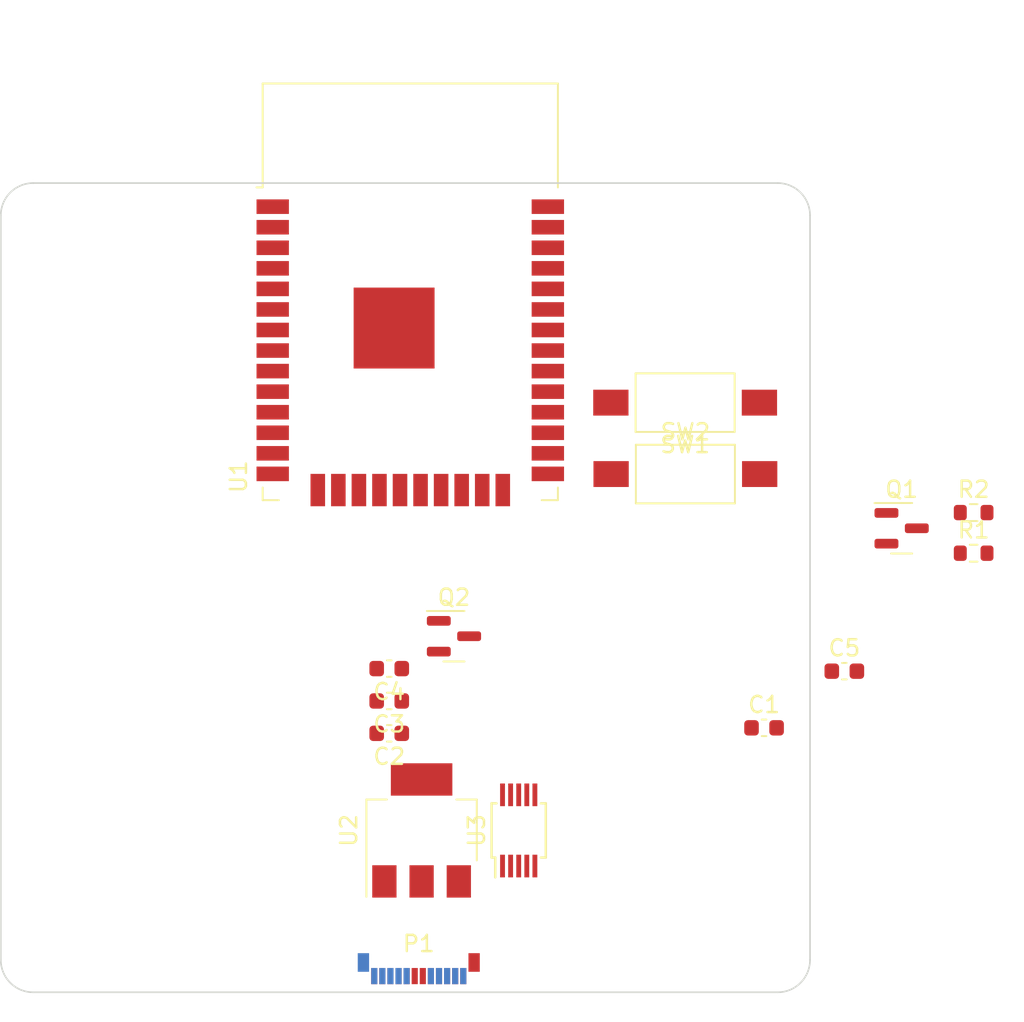
<source format=kicad_pcb>
(kicad_pcb (version 20211014) (generator pcbnew)
  (layers (0 "F.Cu" signal) (31 "B.Cu" signal) (34 "B.Paste" user) (35 "F.Paste" user) (36 "B.SilkS" user "B.Silkscreen") (37 "F.SilkS" user "F.Silkscreen") (38 "B.Mask" user) (39 "F.Mask" user) (44 "Edge.Cuts" user))
  (net 0 "")
  (net 1 "+5V")
  (net 2 "GND")
  (net 3 "+3V3")
  (net 4 "ESP32_EN")
  (net 8 "D+")
  (net 9 "D-")
  (net 20 "Net-(Q1-Pad1)")
  (net 21 "Net-(Q1-Pad2)")
  (net 22 "ESP32_IO0")
  (net 23 "Net-(U1-Pad1)")
  (net 53 "TX-PROG")
  (net 54 "RX-PROG")
  (footprint "Resistor_SMD:R_0603_1608Metric" (layer "F.Cu") (at 150.11 60.36)
    (fp_text reference "R2" (at 0 -1.43) (layer "F.SilkS"))
    (fp_text value "R_Small")
    (fp_line (start -0.237258 0.5225) (end 0.237258 0.5225) (layer "F.SilkS") (width 0.12))
    (fp_line (start -0.237258 -0.5225) (end 0.237258 -0.5225) (layer "F.SilkS") (width 0.12))
    (pad "1" smd roundrect (at -0.825 0) (size 0.8 0.95) (layers "F.Cu" "F.Paste" "F.Mask") (net 3 "+3V3"))
    (pad "2" smd roundrect (at 0.825 0) (size 0.8 0.95) (layers "F.Cu" "F.Paste" "F.Mask") (net 22 "ESP32_IO0"))
  )
  (footprint "RF_Module:ESP32-WROOM-32" (layer "F.Cu") (at 115.300989 49.713325)
    (fp_text reference "U1" (at -10.61 8.43 90) (layer "F.SilkS"))
    (fp_text value "ESP32-WROOM-32")
    (fp_line (start 9.12 9.88) (end 8.12 9.88) (layer "F.SilkS") (width 0.12))
    (fp_line (start -9.12 9.88) (end -8.12 9.88) (layer "F.SilkS") (width 0.12))
    (fp_line (start -9.12 -15.865) (end 9.12 -15.865) (layer "F.SilkS") (width 0.12))
    (fp_line (start -9.12 -9.445) (end -9.5 -9.445) (layer "F.SilkS") (width 0.12))
    (fp_line (start 9.12 -15.865) (end 9.12 -9.445) (layer "F.SilkS") (width 0.12))
    (fp_line (start -9.12 9.1) (end -9.12 9.88) (layer "F.SilkS") (width 0.12))
    (fp_line (start 9.12 9.1) (end 9.12 9.88) (layer "F.SilkS") (width 0.12))
    (fp_line (start -9.12 -15.865) (end -9.12 -9.445) (layer "F.SilkS") (width 0.12))
    (pad "1" smd rect (at -8.5 -8.255) (size 2 0.9) (layers "F.Cu" "F.Paste" "F.Mask") (net 23 "Net-(U1-Pad1)"))
    (pad "2" smd rect (at -8.5 -6.985) (size 2 0.9) (layers "F.Cu" "F.Paste" "F.Mask"))
    (pad "3" smd rect (at -8.5 -5.715) (size 2 0.9) (layers "F.Cu" "F.Paste" "F.Mask") (net 4 "ESP32_EN"))
    (pad "4" smd rect (at -8.5 -4.445) (size 2 0.9) (layers "F.Cu" "F.Paste" "F.Mask"))
    (pad "5" smd rect (at -8.5 -3.175) (size 2 0.9) (layers "F.Cu" "F.Paste" "F.Mask"))
    (pad "6" smd rect (at -8.5 -1.905) (size 2 0.9) (layers "F.Cu" "F.Paste" "F.Mask"))
    (pad "7" smd rect (at -8.5 -0.635) (size 2 0.9) (layers "F.Cu" "F.Paste" "F.Mask"))
    (pad "8" smd rect (at -8.5 0.635) (size 2 0.9) (layers "F.Cu" "F.Paste" "F.Mask"))
    (pad "9" smd rect (at -8.5 1.905) (size 2 0.9) (layers "F.Cu" "F.Paste" "F.Mask"))
    (pad "10" smd rect (at -8.5 3.175) (size 2 0.9) (layers "F.Cu" "F.Paste" "F.Mask"))
    (pad "11" smd rect (at -8.5 4.445) (size 2 0.9) (layers "F.Cu" "F.Paste" "F.Mask"))
    (pad "12" smd rect (at -8.5 5.715) (size 2 0.9) (layers "F.Cu" "F.Paste" "F.Mask"))
    (pad "13" smd rect (at -8.5 6.985) (size 2 0.9) (layers "F.Cu" "F.Paste" "F.Mask"))
    (pad "14" smd rect (at -8.5 8.255) (size 2 0.9) (layers "F.Cu" "F.Paste" "F.Mask"))
    (pad "15" smd rect (at -5.715 9.255 90) (size 2 0.9) (layers "F.Cu" "F.Paste" "F.Mask") (net 23 "Net-(U1-Pad1)"))
    (pad "16" smd rect (at -4.445 9.255 90) (size 2 0.9) (layers "F.Cu" "F.Paste" "F.Mask"))
    (pad "17" smd rect (at -3.175 9.255 90) (size 2 0.9) (layers "F.Cu" "F.Paste" "F.Mask"))
    (pad "18" smd rect (at -1.905 9.255 90) (size 2 0.9) (layers "F.Cu" "F.Paste" "F.Mask"))
    (pad "19" smd rect (at -0.635 9.255 90) (size 2 0.9) (layers "F.Cu" "F.Paste" "F.Mask"))
    (pad "20" smd rect (at 0.635 9.255 90) (size 2 0.9) (layers "F.Cu" "F.Paste" "F.Mask"))
    (pad "21" smd rect (at 1.905 9.255 90) (size 2 0.9) (layers "F.Cu" "F.Paste" "F.Mask"))
    (pad "22" smd rect (at 3.175 9.255 90) (size 2 0.9) (layers "F.Cu" "F.Paste" "F.Mask"))
    (pad "23" smd rect (at 4.445 9.255 90) (size 2 0.9) (layers "F.Cu" "F.Paste" "F.Mask"))
    (pad "24" smd rect (at 5.715 9.255 90) (size 2 0.9) (layers "F.Cu" "F.Paste" "F.Mask"))
    (pad "25" smd rect (at 8.5 8.255) (size 2 0.9) (layers "F.Cu" "F.Paste" "F.Mask") (net 22 "ESP32_IO0"))
    (pad "26" smd rect (at 8.5 6.985) (size 2 0.9) (layers "F.Cu" "F.Paste" "F.Mask"))
    (pad "27" smd rect (at 8.5 5.715) (size 2 0.9) (layers "F.Cu" "F.Paste" "F.Mask"))
    (pad "28" smd rect (at 8.5 4.445) (size 2 0.9) (layers "F.Cu" "F.Paste" "F.Mask"))
    (pad "29" smd rect (at 8.5 3.175) (size 2 0.9) (layers "F.Cu" "F.Paste" "F.Mask"))
    (pad "30" smd rect (at 8.5 1.905) (size 2 0.9) (layers "F.Cu" "F.Paste" "F.Mask"))
    (pad "31" smd rect (at 8.5 0.635) (size 2 0.9) (layers "F.Cu" "F.Paste" "F.Mask"))
    (pad "32" smd rect (at 8.5 -0.635) (size 2 0.9) (layers "F.Cu" "F.Paste" "F.Mask"))
    (pad "33" smd rect (at 8.5 -1.905) (size 2 0.9) (layers "F.Cu" "F.Paste" "F.Mask"))
    (pad "34" smd rect (at 8.5 -3.175) (size 2 0.9) (layers "F.Cu" "F.Paste" "F.Mask") (net 53 "TX-PROG"))
    (pad "35" smd rect (at 8.5 -4.445) (size 2 0.9) (layers "F.Cu" "F.Paste" "F.Mask") (net 54 "RX-PROG"))
    (pad "36" smd rect (at 8.5 -5.715) (size 2 0.9) (layers "F.Cu" "F.Paste" "F.Mask"))
    (pad "37" smd rect (at 8.5 -6.985) (size 2 0.9) (layers "F.Cu" "F.Paste" "F.Mask"))
    (pad "38" smd rect (at 8.5 -8.255) (size 2 0.9) (layers "F.Cu" "F.Paste" "F.Mask") (net 23 "Net-(U1-Pad1)"))
    (pad "39" smd rect (at -1 -0.755) (size 5 5) (layers "F.Cu" "F.Paste" "F.Mask") (net 23 "Net-(U1-Pad1)"))
  )
  (footprint "Button_Switch_SMD:SW_SPST_FSMSM" (layer "F.Cu") (at 132.299456 57.979727)
    (fp_text reference "SW2" (at 0 -2.6) (layer "F.SilkS"))
    (fp_text value "SW_Push")
    (fp_line (start 3.06 1.81) (end -3.06 1.81) (layer "F.SilkS") (width 0.12))
    (fp_line (start 3.06 -1.81) (end 3.06 1.81) (layer "F.SilkS") (width 0.12))
    (fp_line (start -3.06 -1.81) (end 3.06 -1.81) (layer "F.SilkS") (width 0.12))
    (fp_line (start -3.06 1.81) (end -3.06 -1.81) (layer "F.SilkS") (width 0.12))
    (pad "1" smd rect (at -4.59 0) (size 2.18 1.6) (layers "F.Cu" "F.Paste" "F.Mask") (net 22 "ESP32_IO0"))
    (pad "2" smd rect (at 4.59 0) (size 2.18 1.6) (layers "F.Cu" "F.Paste" "F.Mask") (net 2 "GND"))
  )
  (footprint "Capacitor_SMD:C_0603_1608Metric" (layer "F.Cu") (at 114 70 180)
    (fp_text reference "C4" (at 0 -1.43) (layer "F.SilkS"))
    (fp_text value "C")
    (fp_line (start -0.14058 -0.51) (end 0.14058 -0.51) (layer "F.SilkS") (width 0.12))
    (fp_line (start -0.14058 0.51) (end 0.14058 0.51) (layer "F.SilkS") (width 0.12))
    (pad "1" smd roundrect (at -0.775 0 180) (size 0.9 0.95) (layers "F.Cu" "F.Paste" "F.Mask") (net 3 "+3V3"))
    (pad "2" smd roundrect (at 0.775 0 180) (size 0.9 0.95) (layers "F.Cu" "F.Paste" "F.Mask") (net 2 "GND"))
  )
  (footprint "Capacitor_SMD:C_0603_1608Metric" (layer "F.Cu") (at 114 74 180)
    (fp_text reference "C2" (at 0 -1.43) (layer "F.SilkS"))
    (fp_text value "C")
    (fp_line (start -0.14058 -0.51) (end 0.14058 -0.51) (layer "F.SilkS") (width 0.12))
    (fp_line (start -0.14058 0.51) (end 0.14058 0.51) (layer "F.SilkS") (width 0.12))
    (pad "1" smd roundrect (at -0.775 0 180) (size 0.9 0.95) (layers "F.Cu" "F.Paste" "F.Mask") (net 3 "+3V3"))
    (pad "2" smd roundrect (at 0.775 0 180) (size 0.9 0.95) (layers "F.Cu" "F.Paste" "F.Mask") (net 2 "GND"))
  )
  (footprint "Package_TO_SOT_SMD:SOT-23" (layer "F.Cu") (at 145.66 61.33)
    (fp_text reference "Q1" (at 0 -2.4) (layer "F.SilkS"))
    (fp_text value "BSS138")
    (fp_line (start 0 1.56) (end -0.65 1.56) (layer "F.SilkS") (width 0.12))
    (fp_line (start 0 -1.56) (end 0.65 -1.56) (layer "F.SilkS") (width 0.12))
    (fp_line (start 0 1.56) (end 0.65 1.56) (layer "F.SilkS") (width 0.12))
    (fp_line (start 0 -1.56) (end -1.675 -1.56) (layer "F.SilkS") (width 0.12))
    (pad "1" smd roundrect (at -0.9375 -0.95) (size 1.475 0.6) (layers "F.Cu" "F.Paste" "F.Mask") (net 20 "Net-(Q1-Pad1)"))
    (pad "2" smd roundrect (at -0.9375 0.95) (size 1.475 0.6) (layers "F.Cu" "F.Paste" "F.Mask") (net 21 "Net-(Q1-Pad2)"))
    (pad "3" smd roundrect (at 0.9375 0) (size 1.475 0.6) (layers "F.Cu" "F.Paste" "F.Mask") (net 4 "ESP32_EN"))
  )
  (footprint "Connector_USB:USB_C_Plug_Molex_105444" (layer "F.Cu") (at 115.825244 89.0385 180)
    (fp_text reference "P1" (at 0 2.04) (layer "F.SilkS"))
    (fp_text value "USB_C_Plug")
    (pad "A1" smd rect (at -2.75 0.04 180) (size 0.38 1) (layers "F.Cu" "F.Paste" "F.Mask") (net 2 "GND"))
    (pad "A2" smd rect (at -2.25 0.04 180) (size 0.38 1) (layers "F.Cu" "F.Paste" "F.Mask"))
    (pad "A3" smd rect (at -1.75 0.04 180) (size 0.38 1) (layers "F.Cu" "F.Paste" "F.Mask"))
    (pad "A4" smd rect (at -1.25 0.04 180) (size 0.38 1) (layers "F.Cu" "F.Paste" "F.Mask") (net 1 "+5V"))
    (pad "A5" smd rect (at -0.75 0.04 180) (size 0.38 1) (layers "F.Cu" "F.Paste" "F.Mask"))
    (pad "A6" smd rect (at -0.25 0.04 180) (size 0.38 1) (layers "F.Cu" "F.Paste" "F.Mask") (net 8 "D+"))
    (pad "A7" smd rect (at 0.25 0.04 180) (size 0.38 1) (layers "F.Cu" "F.Paste" "F.Mask") (net 9 "D-"))
    (pad "A8" smd rect (at 0.75 0.04 180) (size 0.38 1) (layers "F.Cu" "F.Paste" "F.Mask"))
    (pad "A9" smd rect (at 1.25 0.04 180) (size 0.38 1) (layers "F.Cu" "F.Paste" "F.Mask") (net 1 "+5V"))
    (pad "A10" smd rect (at 1.75 0.04 180) (size 0.38 1) (layers "F.Cu" "F.Paste" "F.Mask"))
    (pad "A11" smd rect (at 2.25 0.04 180) (size 0.38 1) (layers "F.Cu" "F.Paste" "F.Mask"))
    (pad "A12" smd rect (at 2.75 0.04 180) (size 0.38 1) (layers "F.Cu" "F.Paste" "F.Mask") (net 2 "GND"))
    (pad "B1" smd rect (at 2.75 0.04 180) (size 0.38 1) (layers "B.Cu" "B.Paste" "B.Mask") (net 2 "GND"))
    (pad "B2" smd rect (at 2.25 0.04 180) (size 0.38 1) (layers "B.Cu" "B.Paste" "B.Mask"))
    (pad "B3" smd rect (at 1.75 0.04 180) (size 0.38 1) (layers "B.Cu" "B.Paste" "B.Mask"))
    (pad "B4" smd rect (at 1.25 0.04 180) (size 0.38 1) (layers "B.Cu" "B.Paste" "B.Mask") (net 1 "+5V"))
    (pad "B5" smd rect (at 0.75 0.04 180) (size 0.38 1) (layers "B.Cu" "B.Paste" "B.Mask"))
    (pad "B8" smd rect (at -0.75 0.04 180) (size 0.38 1) (layers "B.Cu" "B.Paste" "B.Mask"))
    (pad "B9" smd rect (at -1.25 0.04 180) (size 0.38 1) (layers "B.Cu" "B.Paste" "B.Mask") (net 1 "+5V"))
    (pad "B10" smd rect (at -1.75 0.04 180) (size 0.38 1) (layers "B.Cu" "B.Paste" "B.Mask"))
    (pad "B11" smd rect (at -2.25 0.04 180) (size 0.38 1) (layers "B.Cu" "B.Paste" "B.Mask"))
    (pad "B12" smd rect (at -2.75 0.04 180) (size 0.38 1) (layers "B.Cu" "B.Paste" "B.Mask") (net 2 "GND"))
    (pad "S1" smd rect (at 3.42 0.88 180) (size 0.7 1.15) (layers "B.Cu" "B.Paste" "B.Mask"))
    (pad "S1" smd rect (at -3.42 0.88 180) (size 0.7 1.15) (layers "F.Cu" "F.Paste" "F.Mask"))
  )
  (footprint "Capacitor_SMD:C_0603_1608Metric" (layer "F.Cu") (at 137.16 73.66)
    (fp_text reference "C1" (at 0 -1.43) (layer "F.SilkS"))
    (fp_text value "C")
    (fp_line (start -0.14058 -0.51) (end 0.14058 -0.51) (layer "F.SilkS") (width 0.12))
    (fp_line (start -0.14058 0.51) (end 0.14058 0.51) (layer "F.SilkS") (width 0.12))
    (pad "1" smd roundrect (at -0.775 0) (size 0.9 0.95) (layers "F.Cu" "F.Paste" "F.Mask") (net 1 "+5V"))
    (pad "2" smd roundrect (at 0.775 0) (size 0.9 0.95) (layers "F.Cu" "F.Paste" "F.Mask") (net 2 "GND"))
  )
  (footprint "Resistor_SMD:R_0603_1608Metric" (layer "F.Cu") (at 150.11 62.87)
    (fp_text reference "R1" (at 0 -1.43) (layer "F.SilkS"))
    (fp_text value "R_Small")
    (fp_line (start -0.237258 -0.5225) (end 0.237258 -0.5225) (layer "F.SilkS") (width 0.12))
    (fp_line (start -0.237258 0.5225) (end 0.237258 0.5225) (layer "F.SilkS") (width 0.12))
    (pad "1" smd roundrect (at -0.825 0) (size 0.8 0.95) (layers "F.Cu" "F.Paste" "F.Mask") (net 3 "+3V3"))
    (pad "2" smd roundrect (at 0.825 0) (size 0.8 0.95) (layers "F.Cu" "F.Paste" "F.Mask") (net 4 "ESP32_EN"))
  )
  (footprint "Button_Switch_SMD:SW_SPST_FSMSM" (layer "F.Cu") (at 132.28341 53.567361 180)
    (fp_text reference "SW1" (at 0 -2.6) (layer "F.SilkS"))
    (fp_text value "SW_Push")
    (fp_line (start -3.06 -1.81) (end 3.06 -1.81) (layer "F.SilkS") (width 0.12))
    (fp_line (start 3.06 -1.81) (end 3.06 1.81) (layer "F.SilkS") (width 0.12))
    (fp_line (start 3.06 1.81) (end -3.06 1.81) (layer "F.SilkS") (width 0.12))
    (fp_line (start -3.06 1.81) (end -3.06 -1.81) (layer "F.SilkS") (width 0.12))
    (pad "1" smd rect (at -4.59 0 180) (size 2.18 1.6) (layers "F.Cu" "F.Paste" "F.Mask") (net 2 "GND"))
    (pad "2" smd rect (at 4.59 0 180) (size 2.18 1.6) (layers "F.Cu" "F.Paste" "F.Mask") (net 4 "ESP32_EN"))
  )
  (footprint "Package_TO_SOT_SMD:SOT-223-3_TabPin2" (layer "F.Cu") (at 116 80 90)
    (fp_text reference "U2" (at 0 -4.5 90) (layer "F.SilkS"))
    (fp_text value "AMS1117-3.3")
    (fp_line (start 1.91 3.41) (end 1.91 2.15) (layer "F.SilkS") (width 0.12))
    (fp_line (start -4.1 -3.41) (end 1.91 -3.41) (layer "F.SilkS") (width 0.12))
    (fp_line (start -1.85 3.41) (end 1.91 3.41) (layer "F.SilkS") (width 0.12))
    (fp_line (start 1.91 -3.41) (end 1.91 -2.15) (layer "F.SilkS") (width 0.12))
    (pad "1" smd rect (at -3.15 -2.3 90) (size 2 1.5) (layers "F.Cu" "F.Paste" "F.Mask") (net 2 "GND"))
    (pad "2" smd rect (at -3.15 0 90) (size 2 1.5) (layers "F.Cu" "F.Paste" "F.Mask") (net 3 "+3V3"))
    (pad "2" smd rect (at 3.15 0 90) (size 2 3.8) (layers "F.Cu" "F.Paste" "F.Mask") (net 3 "+3V3"))
    (pad "3" smd rect (at -3.15 2.3 90) (size 2 1.5) (layers "F.Cu" "F.Paste" "F.Mask") (net 1 "+5V"))
  )
  (footprint "Capacitor_SMD:C_0603_1608Metric" (layer "F.Cu") (at 114 72 180)
    (fp_text reference "C3" (at 0 -1.43) (layer "F.SilkS"))
    (fp_text value "C")
    (fp_line (start -0.14058 0.51) (end 0.14058 0.51) (layer "F.SilkS") (width 0.12))
    (fp_line (start -0.14058 -0.51) (end 0.14058 -0.51) (layer "F.SilkS") (width 0.12))
    (pad "1" smd roundrect (at -0.775 0 180) (size 0.9 0.95) (layers "F.Cu" "F.Paste" "F.Mask") (net 3 "+3V3"))
    (pad "2" smd roundrect (at 0.775 0 180) (size 0.9 0.95) (layers "F.Cu" "F.Paste" "F.Mask") (net 2 "GND"))
  )
  (footprint "Capacitor_SMD:C_0603_1608Metric" (layer "F.Cu") (at 142.12 70.16)
    (fp_text reference "C5" (at 0 -1.43) (layer "F.SilkS"))
    (fp_text value "C")
    (fp_line (start -0.14058 0.51) (end 0.14058 0.51) (layer "F.SilkS") (width 0.12))
    (fp_line (start -0.14058 -0.51) (end 0.14058 -0.51) (layer "F.SilkS") (width 0.12))
    (pad "1" smd roundrect (at -0.775 0) (size 0.9 0.95) (layers "F.Cu" "F.Paste" "F.Mask") (net 4 "ESP32_EN"))
    (pad "2" smd roundrect (at 0.775 0) (size 0.9 0.95) (layers "F.Cu" "F.Paste" "F.Mask") (net 2 "GND"))
  )
  (footprint "Package_SO:MSOP-10_3x3mm_P0.5mm" (layer "F.Cu") (at 122 80 90)
    (fp_text reference "U3" (at 0 -2.6 90) (layer "F.SilkS"))
    (fp_text value "CH340E")
    (fp_line (start -1.675 1.675) (end 1.675 1.675) (layer "F.SilkS") (width 0.15))
    (fp_line (start -1.675 -1.675) (end -1.675 -1.45) (layer "F.SilkS") (width 0.15))
    (fp_line (start 1.675 -1.675) (end 1.675 -1.375) (layer "F.SilkS") (width 0.15))
    (fp_line (start 1.675 1.675) (end 1.675 1.375) (layer "F.SilkS") (width 0.15))
    (fp_line (start -1.675 -1.45) (end -2.9 -1.45) (layer "F.SilkS") (width 0.15))
    (fp_line (start -1.675 -1.675) (end 1.675 -1.675) (layer "F.SilkS") (width 0.15))
    (fp_line (start -1.675 1.675) (end -1.675 1.375) (layer "F.SilkS") (width 0.15))
    (pad "1" smd rect (at -2.2 -1 90) (size 1.4 0.3) (layers "F.Cu" "F.Paste" "F.Mask") (net 9 "D-"))
    (pad "2" smd rect (at -2.2 -0.5 90) (size 1.4 0.3) (layers "F.Cu" "F.Paste" "F.Mask") (net 8 "D+"))
    (pad "3" smd rect (at -2.2 0 90) (size 1.4 0.3) (layers "F.Cu" "F.Paste" "F.Mask") (net 2 "GND"))
    (pad "4" smd rect (at -2.2 0.5 90) (size 1.4 0.3) (layers "F.Cu" "F.Paste" "F.Mask") (net 21 "Net-(Q1-Pad2)"))
    (pad "5" smd rect (at -2.2 1 90) (size 1.4 0.3) (layers "F.Cu" "F.Paste" "F.Mask") (net 20 "Net-(Q1-Pad1)"))
    (pad "6" smd rect (at 2.2 1 90) (size 1.4 0.3) (layers "F.Cu" "F.Paste" "F.Mask"))
    (pad "7" smd rect (at 2.2 0.5 90) (size 1.4 0.3) (layers "F.Cu" "F.Paste" "F.Mask") (net 3 "+3V3"))
    (pad "8" smd rect (at 2.2 0 90) (size 1.4 0.3) (layers "F.Cu" "F.Paste" "F.Mask") (net 53 "TX-PROG"))
    (pad "9" smd rect (at 2.2 -0.5 90) (size 1.4 0.3) (layers "F.Cu" "F.Paste" "F.Mask") (net 54 "RX-PROG"))
    (pad "10" smd rect (at 2.2 -1 90) (size 1.4 0.3) (layers "F.Cu" "F.Paste" "F.Mask") (net 3 "+3V3"))
  )
  (footprint "Package_TO_SOT_SMD:SOT-23" (layer "F.Cu") (at 118 68)
    (fp_text reference "Q2" (at 0 -2.4) (layer "F.SilkS"))
    (fp_text value "BSS138")
    (fp_line (start 0 -1.56) (end -1.675 -1.56) (layer "F.SilkS") (width 0.12))
    (fp_line (start 0 1.56) (end 0.65 1.56) (layer "F.SilkS") (width 0.12))
    (fp_line (start 0 -1.56) (end 0.65 -1.56) (layer "F.SilkS") (width 0.12))
    (fp_line (start 0 1.56) (end -0.65 1.56) (layer "F.SilkS") (width 0.12))
    (pad "1" smd roundrect (at -0.9375 -0.95) (size 1.475 0.6) (layers "F.Cu" "F.Paste" "F.Mask") (net 21 "Net-(Q1-Pad2)"))
    (pad "2" smd roundrect (at -0.9375 0.95) (size 1.475 0.6) (layers "F.Cu" "F.Paste" "F.Mask") (net 20 "Net-(Q1-Pad1)"))
    (pad "3" smd roundrect (at 0.9375 0) (size 1.475 0.6) (layers "F.Cu" "F.Paste" "F.Mask") (net 22 "ESP32_IO0"))
  )
  (gr_arc (start 90 42) (mid 90.585786 40.585786) (end 92 40) (layer "Edge.Cuts") (width 0.1))
  (gr_line (start 138 90) (end 92 90) (layer "Edge.Cuts") (width 0.1))
  (gr_line (start 140 42) (end 140 88) (layer "Edge.Cuts") (width 0.1))
  (gr_arc (start 92 90) (mid 90.585786 89.414214) (end 90 88) (layer "Edge.Cuts") (width 0.1))
  (gr_line (start 90 88) (end 90 42) (layer "Edge.Cuts") (width 0.1))
  (gr_arc (start 138 40) (mid 139.414214 40.585786) (end 140 42) (layer "Edge.Cuts") (width 0.1))
  (gr_line (start 92 40) (end 138 40) (layer "Edge.Cuts") (width 0.1))
  (gr_arc (start 140 88) (mid 139.414214 89.414214) (end 138 90) (layer "Edge.Cuts") (width 0.1))
)
</source>
